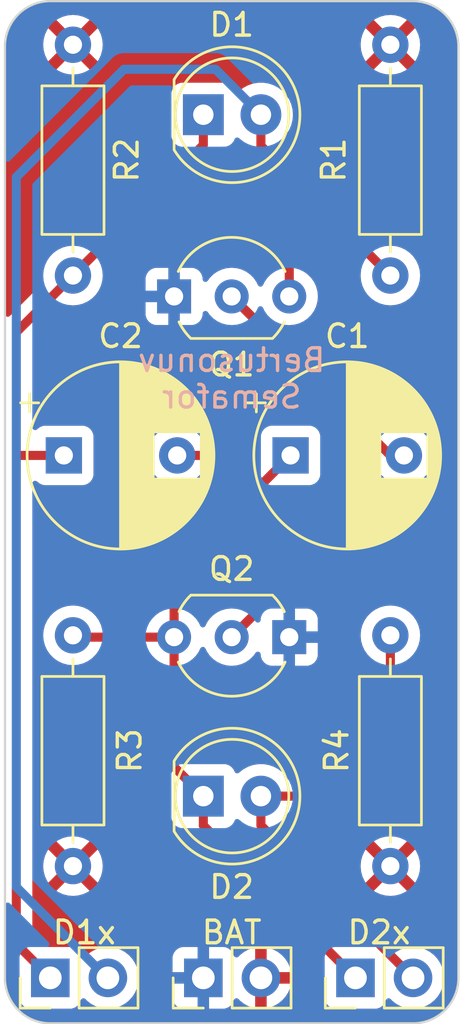
<source format=kicad_pcb>
(kicad_pcb (version 20221018) (generator pcbnew)
  (layers (0 "F.Cu" signal) (31 "B.Cu" signal) (34 "B.Paste" user) (35 "F.Paste" user) (36 "B.SilkS" user "B.Silkscreen") (37 "F.SilkS" user "F.Silkscreen") (38 "B.Mask" user) (39 "F.Mask" user) (44 "Edge.Cuts" user))
  (net 0 "")
  (net 1 "/D2-")
  (net 2 "Net-(Q1-B)")
  (net 3 "/D1-")
  (net 4 "Net-(Q2-B)")
  (net 5 "/D1+")
  (net 6 "/D2+")
  (net 7 "/BAT-")
  (net 8 "/BAT+")
  (footprint "Capacitor_THT:CP_Radial_D8.0mm_P5.00mm" (layer "F.Cu") (at 202.597349 115)
    (fp_text reference "C1" (at 2.5 -5.25) (layer "F.SilkS"))
    (fp_text value "10u")
    (fp_line (start -1.909698 -2.315) (end -1.109698 -2.315) (stroke (width 0.12)) (layer "F.SilkS"))
    (fp_line (start -1.509698 -2.715) (end -1.509698 -1.915) (stroke (width 0.12)) (layer "F.SilkS"))
    (fp_line (start 2.5 -4.08) (end 2.5 4.08) (stroke (width 0.12)) (layer "F.SilkS"))
    (fp_line (start 2.54 -4.08) (end 2.54 4.08) (stroke (width 0.12)) (layer "F.SilkS"))
    (fp_line (start 2.58 -4.08) (end 2.58 4.08) (stroke (width 0.12)) (layer "F.SilkS"))
    (fp_line (start 2.62 -4.079) (end 2.62 4.079) (stroke (width 0.12)) (layer "F.SilkS"))
    (fp_line (start 2.66 -4.077) (end 2.66 4.077) (stroke (width 0.12)) (layer "F.SilkS"))
    (fp_line (start 2.7 -4.076) (end 2.7 4.076) (stroke (width 0.12)) (layer "F.SilkS"))
    (fp_line (start 2.74 -4.074) (end 2.74 4.074) (stroke (width 0.12)) (layer "F.SilkS"))
    (fp_line (start 2.78 -4.071) (end 2.78 4.071) (stroke (width 0.12)) (layer "F.SilkS"))
    (fp_line (start 2.82 -4.068) (end 2.82 4.068) (stroke (width 0.12)) (layer "F.SilkS"))
    (fp_line (start 2.86 -4.065) (end 2.86 4.065) (stroke (width 0.12)) (layer "F.SilkS"))
    (fp_line (start 2.9 -4.061) (end 2.9 4.061) (stroke (width 0.12)) (layer "F.SilkS"))
    (fp_line (start 2.94 -4.057) (end 2.94 4.057) (stroke (width 0.12)) (layer "F.SilkS"))
    (fp_line (start 2.98 -4.052) (end 2.98 4.052) (stroke (width 0.12)) (layer "F.SilkS"))
    (fp_line (start 3.02 -4.048) (end 3.02 4.048) (stroke (width 0.12)) (layer "F.SilkS"))
    (fp_line (start 3.06 -4.042) (end 3.06 4.042) (stroke (width 0.12)) (layer "F.SilkS"))
    (fp_line (start 3.1 -4.037) (end 3.1 4.037) (stroke (width 0.12)) (layer "F.SilkS"))
    (fp_line (start 3.14 -4.03) (end 3.14 4.03) (stroke (width 0.12)) (layer "F.SilkS"))
    (fp_line (start 3.18 -4.024) (end 3.18 4.024) (stroke (width 0.12)) (layer "F.SilkS"))
    (fp_line (start 3.221 -4.017) (end 3.221 4.017) (stroke (width 0.12)) (layer "F.SilkS"))
    (fp_line (start 3.261 -4.01) (end 3.261 4.01) (stroke (width 0.12)) (layer "F.SilkS"))
    (fp_line (start 3.301 -4.002) (end 3.301 4.002) (stroke (width 0.12)) (layer "F.SilkS"))
    (fp_line (start 3.341 -3.994) (end 3.341 3.994) (stroke (width 0.12)) (layer "F.SilkS"))
    (fp_line (start 3.381 -3.985) (end 3.381 3.985) (stroke (width 0.12)) (layer "F.SilkS"))
    (fp_line (start 3.421 -3.976) (end 3.421 3.976) (stroke (width 0.12)) (layer "F.SilkS"))
    (fp_line (start 3.461 -3.967) (end 3.461 3.967) (stroke (width 0.12)) (layer "F.SilkS"))
    (fp_line (start 3.501 -3.957) (end 3.501 3.957) (stroke (width 0.12)) (layer "F.SilkS"))
    (fp_line (start 3.541 -3.947) (end 3.541 3.947) (stroke (width 0.12)) (layer "F.SilkS"))
    (fp_line (start 3.581 -3.936) (end 3.581 3.936) (stroke (width 0.12)) (layer "F.SilkS"))
    (fp_line (start 3.621 -3.925) (end 3.621 3.925) (stroke (width 0.12)) (layer "F.SilkS"))
    (fp_line (start 3.661 -3.914) (end 3.661 3.914) (stroke (width 0.12)) (layer "F.SilkS"))
    (fp_line (start 3.701 -3.902) (end 3.701 3.902) (stroke (width 0.12)) (layer "F.SilkS"))
    (fp_line (start 3.741 -3.889) (end 3.741 3.889) (stroke (width 0.12)) (layer "F.SilkS"))
    (fp_line (start 3.781 -3.877) (end 3.781 3.877) (stroke (width 0.12)) (layer "F.SilkS"))
    (fp_line (start 3.821 -3.863) (end 3.821 3.863) (stroke (width 0.12)) (layer "F.SilkS"))
    (fp_line (start 3.861 -3.85) (end 3.861 3.85) (stroke (width 0.12)) (layer "F.SilkS"))
    (fp_line (start 3.901 -3.835) (end 3.901 3.835) (stroke (width 0.12)) (layer "F.SilkS"))
    (fp_line (start 3.941 -3.821) (end 3.941 3.821) (stroke (width 0.12)) (layer "F.SilkS"))
    (fp_line (start 3.981 -3.805) (end 3.981 -1.04) (stroke (width 0.12)) (layer "F.SilkS"))
    (fp_line (start 3.981 1.04) (end 3.981 3.805) (stroke (width 0.12)) (layer "F.SilkS"))
    (fp_line (start 4.021 -3.79) (end 4.021 -1.04) (stroke (width 0.12)) (layer "F.SilkS"))
    (fp_line (start 4.021 1.04) (end 4.021 3.79) (stroke (width 0.12)) (layer "F.SilkS"))
    (fp_line (start 4.061 -3.774) (end 4.061 -1.04) (stroke (width 0.12)) (layer "F.SilkS"))
    (fp_line (start 4.061 1.04) (end 4.061 3.774) (stroke (width 0.12)) (layer "F.SilkS"))
    (fp_line (start 4.101 -3.757) (end 4.101 -1.04) (stroke (width 0.12)) (layer "F.SilkS"))
    (fp_line (start 4.101 1.04) (end 4.101 3.757) (stroke (width 0.12)) (layer "F.SilkS"))
    (fp_line (start 4.141 -3.74) (end 4.141 -1.04) (stroke (width 0.12)) (layer "F.SilkS"))
    (fp_line (start 4.141 1.04) (end 4.141 3.74) (stroke (width 0.12)) (layer "F.SilkS"))
    (fp_line (start 4.181 -3.722) (end 4.181 -1.04) (stroke (width 0.12)) (layer "F.SilkS"))
    (fp_line (start 4.181 1.04) (end 4.181 3.722) (stroke (width 0.12)) (layer "F.SilkS"))
    (fp_line (start 4.221 -3.704) (end 4.221 -1.04) (stroke (width 0.12)) (layer "F.SilkS"))
    (fp_line (start 4.221 1.04) (end 4.221 3.704) (stroke (width 0.12)) (layer "F.SilkS"))
    (fp_line (start 4.261 -3.686) (end 4.261 -1.04) (stroke (width 0.12)) (layer "F.SilkS"))
    (fp_line (start 4.261 1.04) (end 4.261 3.686) (stroke (width 0.12)) (layer "F.SilkS"))
    (fp_line (start 4.301 -3.666) (end 4.301 -1.04) (stroke (width 0.12)) (layer "F.SilkS"))
    (fp_line (start 4.301 1.04) (end 4.301 3.666) (stroke (width 0.12)) (layer "F.SilkS"))
    (fp_line (start 4.341 -3.647) (end 4.341 -1.04) (stroke (width 0.12)) (layer "F.SilkS"))
    (fp_line (start 4.341 1.04) (end 4.341 3.647) (stroke (width 0.12)) (layer "F.SilkS"))
    (fp_line (start 4.381 -3.627) (end 4.381 -1.04) (stroke (width 0.12)) (layer "F.SilkS"))
    (fp_line (start 4.381 1.04) (end 4.381 3.627) (stroke (width 0.12)) (layer "F.SilkS"))
    (fp_line (start 4.421 -3.606) (end 4.421 -1.04) (stroke (width 0.12)) (layer "F.SilkS"))
    (fp_line (start 4.421 1.04) (end 4.421 3.606) (stroke (width 0.12)) (layer "F.SilkS"))
    (fp_line (start 4.461 -3.584) (end 4.461 -1.04) (stroke (width 0.12)) (layer "F.SilkS"))
    (fp_line (start 4.461 1.04) (end 4.461 3.584) (stroke (width 0.12)) (layer "F.SilkS"))
    (fp_line (start 4.501 -3.562) (end 4.501 -1.04) (stroke (width 0.12)) (layer "F.SilkS"))
    (fp_line (start 4.501 1.04) (end 4.501 3.562) (stroke (width 0.12)) (layer "F.SilkS"))
    (fp_line (start 4.541 -3.54) (end 4.541 -1.04) (stroke (width 0.12)) (layer "F.SilkS"))
    (fp_line (start 4.541 1.04) (end 4.541 3.54) (stroke (width 0.12)) (layer "F.SilkS"))
    (fp_line (start 4.581 -3.517) (end 4.581 -1.04) (stroke (width 0.12)) (layer "F.SilkS"))
    (fp_line (start 4.581 1.04) (end 4.581 3.517) (stroke (width 0.12)) (layer "F.SilkS"))
    (fp_line (start 4.621 -3.493) (end 4.621 -1.04) (stroke (width 0.12)) (layer "F.SilkS"))
    (fp_line (start 4.621 1.04) (end 4.621 3.493) (stroke (width 0.12)) (layer "F.SilkS"))
    (fp_line (start 4.661 -3.469) (end 4.661 -1.04) (stroke (width 0.12)) (layer "F.SilkS"))
    (fp_line (start 4.661 1.04) (end 4.661 3.469) (stroke (width 0.12)) (layer "F.SilkS"))
    (fp_line (start 4.701 -3.444) (end 4.701 -1.04) (stroke (width 0.12)) (layer "F.SilkS"))
    (fp_line (start 4.701 1.04) (end 4.701 3.444) (stroke (width 0.12)) (layer "F.SilkS"))
    (fp_line (start 4.741 -3.418) (end 4.741 -1.04) (stroke (width 0.12)) (layer "F.SilkS"))
    (fp_line (start 4.741 1.04) (end 4.741 3.418) (stroke (width 0.12)) (layer "F.SilkS"))
    (fp_line (start 4.781 -3.392) (end 4.781 -1.04) (stroke (width 0.12)) (layer "F.SilkS"))
    (fp_line (start 4.781 1.04) (end 4.781 3.392) (stroke (width 0.12)) (layer "F.SilkS"))
    (fp_line (start 4.821 -3.365) (end 4.821 -1.04) (stroke (width 0.12)) (layer "F.SilkS"))
    (fp_line (start 4.821 1.04) (end 4.821 3.365) (stroke (width 0.12)) (layer "F.SilkS"))
    (fp_line (start 4.861 -3.338) (end 4.861 -1.04) (stroke (width 0.12)) (layer "F.SilkS"))
    (fp_line (start 4.861 1.04) (end 4.861 3.338) (stroke (width 0.12)) (layer "F.SilkS"))
    (fp_line (start 4.901 -3.309) (end 4.901 -1.04) (stroke (width 0.12)) (layer "F.SilkS"))
    (fp_line (start 4.901 1.04) (end 4.901 3.309) (stroke (width 0.12)) (layer "F.SilkS"))
    (fp_line (start 4.941 -3.28) (end 4.941 -1.04) (stroke (width 0.12)) (layer "F.SilkS"))
    (fp_line (start 4.941 1.04) (end 4.941 3.28) (stroke (width 0.12)) (layer "F.SilkS"))
    (fp_line (start 4.981 -3.25) (end 4.981 -1.04) (stroke (width 0.12)) (layer "F.SilkS"))
    (fp_line (start 4.981 1.04) (end 4.981 3.25) (stroke (width 0.12)) (layer "F.SilkS"))
    (fp_line (start 5.021 -3.22) (end 5.021 -1.04) (stroke (width 0.12)) (layer "F.SilkS"))
    (fp_line (start 5.021 1.04) (end 5.021 3.22) (stroke (width 0.12)) (layer "F.SilkS"))
    (fp_line (start 5.061 -3.189) (end 5.061 -1.04) (stroke (width 0.12)) (layer "F.SilkS"))
    (fp_line (start 5.061 1.04) (end 5.061 3.189) (stroke (width 0.12)) (layer "F.SilkS"))
    (fp_line (start 5.101 -3.156) (end 5.101 -1.04) (stroke (width 0.12)) (layer "F.SilkS"))
    (fp_line (start 5.101 1.04) (end 5.101 3.156) (stroke (width 0.12)) (layer "F.SilkS"))
    (fp_line (start 5.141 -3.124) (end 5.141 -1.04) (stroke (width 0.12)) (layer "F.SilkS"))
    (fp_line (start 5.141 1.04) (end 5.141 3.124) (stroke (width 0.12)) (layer "F.SilkS"))
    (fp_line (start 5.181 -3.09) (end 5.181 -1.04) (stroke (width 0.12)) (layer "F.SilkS"))
    (fp_line (start 5.181 1.04) (end 5.181 3.09) (stroke (width 0.12)) (layer "F.SilkS"))
    (fp_line (start 5.221 -3.055) (end 5.221 -1.04) (stroke (width 0.12)) (layer "F.SilkS"))
    (fp_line (start 5.221 1.04) (end 5.221 3.055) (stroke (width 0.12)) (layer "F.SilkS"))
    (fp_line (start 5.261 -3.019) (end 5.261 -1.04) (stroke (width 0.12)) (layer "F.SilkS"))
    (fp_line (start 5.261 1.04) (end 5.261 3.019) (stroke (width 0.12)) (layer "F.SilkS"))
    (fp_line (start 5.301 -2.983) (end 5.301 -1.04) (stroke (width 0.12)) (layer "F.SilkS"))
    (fp_line (start 5.301 1.04) (end 5.301 2.983) (stroke (width 0.12)) (layer "F.SilkS"))
    (fp_line (start 5.341 -2.945) (end 5.341 -1.04) (stroke (width 0.12)) (layer "F.SilkS"))
    (fp_line (start 5.341 1.04) (end 5.341 2.945) (stroke (width 0.12)) (layer "F.SilkS"))
    (fp_line (start 5.381 -2.907) (end 5.381 -1.04) (stroke (width 0.12)) (layer "F.SilkS"))
    (fp_line (start 5.381 1.04) (end 5.381 2.907) (stroke (width 0.12)) (layer "F.SilkS"))
    (fp_line (start 5.421 -2.867) (end 5.421 -1.04) (stroke (width 0.12)) (layer "F.SilkS"))
    (fp_line (start 5.421 1.04) (end 5.421 2.867) (stroke (width 0.12)) (layer "F.SilkS"))
    (fp_line (start 5.461 -2.826) (end 5.461 -1.04) (stroke (width 0.12)) (layer "F.SilkS"))
    (fp_line (start 5.461 1.04) (end 5.461 2.826) (stroke (width 0.12)) (layer "F.SilkS"))
    (fp_line (start 5.501 -2.784) (end 5.501 -1.04) (stroke (width 0.12)) (layer "F.SilkS"))
    (fp_line (start 5.501 1.04) (end 5.501 2.784) (stroke (width 0.12)) (layer "F.SilkS"))
    (fp_line (start 5.541 -2.741) (end 5.541 -1.04) (stroke (width 0.12)) (layer "F.SilkS"))
    (fp_line (start 5.541 1.04) (end 5.541 2.741) (stroke (width 0.12)) (layer "F.SilkS"))
    (fp_line (start 5.581 -2.697) (end 5.581 -1.04) (stroke (width 0.12)) (layer "F.SilkS"))
    (fp_line (start 5.581 1.04) (end 5.581 2.697) (stroke (width 0.12)) (layer "F.SilkS"))
    (fp_line (start 5.621 -2.651) (end 5.621 -1.04) (stroke (width 0.12)) (layer "F.SilkS"))
    (fp_line (start 5.621 1.04) (end 5.621 2.651) (stroke (width 0.12)) (layer "F.SilkS"))
    (fp_line (start 5.661 -2.604) (end 5.661 -1.04) (stroke (width 0.12)) (layer "F.SilkS"))
    (fp_line (start 5.661 1.04) (end 5.661 2.604) (stroke (width 0.12)) (layer "F.SilkS"))
    (fp_line (start 5.701 -2.556) (end 5.701 -1.04) (stroke (width 0.12)) (layer "F.SilkS"))
    (fp_line (start 5.701 1.04) (end 5.701 2.556) (stroke (width 0.12)) (layer "F.SilkS"))
    (fp_line (start 5.741 -2.505) (end 5.741 -1.04) (stroke (width 0.12)) (layer "F.SilkS"))
    (fp_line (start 5.741 1.04) (end 5.741 2.505) (stroke (width 0.12)) (layer "F.SilkS"))
    (fp_line (start 5.781 -2.454) (end 5.781 -1.04) (stroke (width 0.12)) (layer "F.SilkS"))
    (fp_line (start 5.781 1.04) (end 5.781 2.454) (stroke (width 0.12)) (layer "F.SilkS"))
    (fp_line (start 5.821 -2.4) (end 5.821 -1.04) (stroke (width 0.12)) (layer "F.SilkS"))
    (fp_line (start 5.821 1.04) (end 5.821 2.4) (stroke (width 0.12)) (layer "F.SilkS"))
    (fp_line (start 5.861 -2.345) (end 5.861 -1.04) (stroke (width 0.12)) (layer "F.SilkS"))
    (fp_line (start 5.861 1.04) (end 5.861 2.345) (stroke (width 0.12)) (layer "F.SilkS"))
    (fp_line (start 5.901 -2.287) (end 5.901 -1.04) (stroke (width 0.12)) (layer "F.SilkS"))
    (fp_line (start 5.901 1.04) (end 5.901 2.287) (stroke (width 0.12)) (layer "F.SilkS"))
    (fp_line (start 5.941 -2.228) (end 5.941 -1.04) (stroke (width 0.12)) (layer "F.SilkS"))
    (fp_line (start 5.941 1.04) (end 5.941 2.228) (stroke (width 0.12)) (layer "F.SilkS"))
    (fp_line (start 5.981 -2.166) (end 5.981 -1.04) (stroke (width 0.12)) (layer "F.SilkS"))
    (fp_line (start 5.981 1.04) (end 5.981 2.166) (stroke (width 0.12)) (layer "F.SilkS"))
    (fp_line (start 6.021 -2.102) (end 6.021 -1.04) (stroke (width 0.12)) (layer "F.SilkS"))
    (fp_line (start 6.021 1.04) (end 6.021 2.102) (stroke (width 0.12)) (layer "F.SilkS"))
    (fp_line (start 6.061 -2.034) (end 6.061 2.034) (stroke (width 0.12)) (layer "F.SilkS"))
    (fp_line (start 6.101 -1.964) (end 6.101 1.964) (stroke (width 0.12)) (layer "F.SilkS"))
    (fp_line (start 6.141 -1.89) (end 6.141 1.89) (stroke (width 0.12)) (layer "F.SilkS"))
    (fp_line (start 6.181 -1.813) (end 6.181 1.813) (stroke (width 0.12)) (layer "F.SilkS"))
    (fp_line (start 6.221 -1.731) (end 6.221 1.731) (stroke (width 0.12)) (layer "F.SilkS"))
    (fp_line (start 6.261 -1.645) (end 6.261 1.645) (stroke (width 0.12)) (layer "F.SilkS"))
    (fp_line (start 6.301 -1.552) (end 6.301 1.552) (stroke (width 0.12)) (layer "F.SilkS"))
    (fp_line (start 6.341 -1.453) (end 6.341 1.453) (stroke (width 0.12)) (layer "F.SilkS"))
    (fp_line (start 6.381 -1.346) (end 6.381 1.346) (stroke (width 0.12)) (layer "F.SilkS"))
    (fp_line (start 6.421 -1.229) (end 6.421 1.229) (stroke (width 0.12)) (layer "F.SilkS"))
    (fp_line (start 6.461 -1.098) (end 6.461 1.098) (stroke (width 0.12)) (layer "F.SilkS"))
    (fp_line (start 6.501 -0.948) (end 6.501 0.948) (stroke (width 0.12)) (layer "F.SilkS"))
    (fp_line (start 6.541 -0.768) (end 6.541 0.768) (stroke (width 0.12)) (layer "F.SilkS"))
    (fp_line (start 6.581 -0.533) (end 6.581 0.533) (stroke (width 0.12)) (layer "F.SilkS"))
    (fp_circle (center 2.5 0) (end 6.62 0) (stroke (width 0.12)) (fill none) (layer "F.SilkS"))
    (pad "1" thru_hole rect (at 0 0) (size 1.6 1.6) (drill 0.8) (layers *.Cu *.Mask) (net 1 "/D2-"))
    (pad "2" thru_hole circle (at 5 0) (size 1.6 1.6) (drill 0.8) (layers *.Cu *.Mask) (net 2 "Net-(Q1-B)"))
  )
  (footprint "LED_THT:LED_D5.0mm" (layer "F.Cu") (at 198.75 130)
    (fp_text reference "D2" (at 1.25 4) (layer "F.SilkS"))
    (fp_text value "LED")
    (fp_line (start -1.29 -1.545) (end -1.29 1.545) (stroke (width 0.12)) (layer "F.SilkS"))
    (fp_arc (start -1.29 -1.54483) (mid 2.072002 -2.880433) (end 4.26 0.000462) (stroke (width 0.12)) (layer "F.SilkS"))
    (fp_arc (start 4.26 -0.000462) (mid 2.072002 2.880433) (end -1.29 1.54483) (stroke (width 0.12)) (layer "F.SilkS"))
    (fp_circle (center 1.27 0) (end 3.77 0) (stroke (width 0.12)) (fill none) (layer "F.SilkS"))
    (pad "1" thru_hole rect (at 0 0) (size 1.8 1.8) (drill 0.9) (layers *.Cu *.Mask) (net 1 "/D2-"))
    (pad "2" thru_hole circle (at 2.54 0) (size 1.8 1.8) (drill 0.9) (layers *.Cu *.Mask) (net 6 "/D2+"))
  )
  (footprint "Connector_PinHeader_2.54mm:PinHeader_1x02_P2.54mm_Vertical" (layer "F.Cu") (at 205.46 138 90)
    (fp_text reference "J3" hide)
    (fp_text value "D2x" (at 2 1.04 180) (layer "F.SilkS"))
    (fp_line (start -1.33 -1.33) (end 0 -1.33) (stroke (width 0.12)) (layer "F.SilkS"))
    (fp_line (start -1.33 0) (end -1.33 -1.33) (stroke (width 0.12)) (layer "F.SilkS"))
    (fp_line (start -1.33 1.27) (end -1.33 3.87) (stroke (width 0.12)) (layer "F.SilkS"))
    (fp_line (start -1.33 1.27) (end 1.33 1.27) (stroke (width 0.12)) (layer "F.SilkS"))
    (fp_line (start -1.33 3.87) (end 1.33 3.87) (stroke (width 0.12)) (layer "F.SilkS"))
    (fp_line (start 1.33 1.27) (end 1.33 3.87) (stroke (width 0.12)) (layer "F.SilkS"))
    (pad "1" thru_hole rect (at 0 0 90) (size 1.7 1.7) (drill 1) (layers *.Cu *.Mask) (net 1 "/D2-"))
    (pad "2" thru_hole oval (at 0 2.54 90) (size 1.7 1.7) (drill 1) (layers *.Cu *.Mask) (net 6 "/D2+"))
  )
  (footprint "LED_THT:LED_D5.0mm" (layer "F.Cu") (at 198.75 100)
    (fp_text reference "D1" (at 1.25 -3.96) (layer "F.SilkS"))
    (fp_text value "LED")
    (fp_line (start -1.29 -1.545) (end -1.29 1.545) (stroke (width 0.12)) (layer "F.SilkS"))
    (fp_arc (start -1.29 -1.54483) (mid 2.072002 -2.880433) (end 4.26 0.000462) (stroke (width 0.12)) (layer "F.SilkS"))
    (fp_arc (start 4.26 -0.000462) (mid 2.072002 2.880433) (end -1.29 1.54483) (stroke (width 0.12)) (layer "F.SilkS"))
    (fp_circle (center 1.27 0) (end 3.77 0) (stroke (width 0.12)) (fill none) (layer "F.SilkS"))
    (pad "1" thru_hole rect (at 0 0) (size 1.8 1.8) (drill 0.9) (layers *.Cu *.Mask) (net 3 "/D1-"))
    (pad "2" thru_hole circle (at 2.54 0) (size 1.8 1.8) (drill 0.9) (layers *.Cu *.Mask) (net 5 "/D1+"))
  )
  (footprint "Resistor_THT:R_Axial_DIN0207_L6.3mm_D2.5mm_P10.16mm_Horizontal" (layer "F.Cu") (at 207 96.92 -90)
    (fp_text reference "R1" (at 5.08 2.5 90) (layer "F.SilkS"))
    (fp_text value "270R")
    (fp_line (start 1.04 0) (end 1.81 0) (stroke (width 0.12)) (layer "F.SilkS"))
    (fp_line (start 1.81 -1.37) (end 1.81 1.37) (stroke (width 0.12)) (layer "F.SilkS"))
    (fp_line (start 1.81 1.37) (end 8.35 1.37) (stroke (width 0.12)) (layer "F.SilkS"))
    (fp_line (start 8.35 -1.37) (end 1.81 -1.37) (stroke (width 0.12)) (layer "F.SilkS"))
    (fp_line (start 8.35 1.37) (end 8.35 -1.37) (stroke (width 0.12)) (layer "F.SilkS"))
    (fp_line (start 9.12 0) (end 8.35 0) (stroke (width 0.12)) (layer "F.SilkS"))
    (pad "1" thru_hole circle (at 0 0 270) (size 1.6 1.6) (drill 0.8) (layers *.Cu *.Mask) (net 8 "/BAT+"))
    (pad "2" thru_hole oval (at 10.16 0 270) (size 1.6 1.6) (drill 0.8) (layers *.Cu *.Mask) (net 5 "/D1+"))
  )
  (footprint "Package_TO_SOT_THT:TO-92_Inline_Wide" (layer "F.Cu") (at 202.54 123 180)
    (fp_text reference "Q2" (at 2.54 3) (layer "F.SilkS"))
    (fp_text value "2N3904")
    (fp_line (start 0.74 1.85) (end 4.34 1.85) (stroke (width 0.12)) (layer "F.SilkS"))
    (fp_arc (start 0.1836 -1.098807) (mid 1.143021 -2.192817) (end 2.54 -2.6) (stroke (width 0.12)) (layer "F.SilkS"))
    (fp_arc (start 0.74 1.85) (mid 0.446097 1.509328) (end 0.215816 1.122795) (stroke (width 0.12)) (layer "F.SilkS"))
    (fp_arc (start 2.54 -2.6) (mid 3.936979 -2.192818) (end 4.8964 -1.098807) (stroke (width 0.12)) (layer "F.SilkS"))
    (fp_arc (start 4.864184 1.122795) (mid 4.633903 1.509328) (end 4.34 1.85) (stroke (width 0.12)) (layer "F.SilkS"))
    (pad "1" thru_hole rect (at 0 0 180) (size 1.5 1.5) (drill 0.8) (layers *.Cu *.Mask) (net 7 "/BAT-"))
    (pad "2" thru_hole circle (at 2.54 0 180) (size 1.5 1.5) (drill 0.8) (layers *.Cu *.Mask) (net 4 "Net-(Q2-B)"))
    (pad "3" thru_hole circle (at 5.08 0 180) (size 1.5 1.5) (drill 0.8) (layers *.Cu *.Mask) (net 1 "/D2-"))
  )
  (footprint "Resistor_THT:R_Axial_DIN0207_L6.3mm_D2.5mm_P10.16mm_Horizontal" (layer "F.Cu") (at 193 96.92 -90)
    (fp_text reference "R2" (at 5.08 -2.37 90) (layer "F.SilkS"))
    (fp_text value "10k")
    (fp_line (start 1.04 0) (end 1.81 0) (stroke (width 0.12)) (layer "F.SilkS"))
    (fp_line (start 1.81 -1.37) (end 1.81 1.37) (stroke (width 0.12)) (layer "F.SilkS"))
    (fp_line (start 1.81 1.37) (end 8.35 1.37) (stroke (width 0.12)) (layer "F.SilkS"))
    (fp_line (start 8.35 -1.37) (end 1.81 -1.37) (stroke (width 0.12)) (layer "F.SilkS"))
    (fp_line (start 8.35 1.37) (end 8.35 -1.37) (stroke (width 0.12)) (layer "F.SilkS"))
    (fp_line (start 9.12 0) (end 8.35 0) (stroke (width 0.12)) (layer "F.SilkS"))
    (pad "1" thru_hole circle (at 0 0 270) (size 1.6 1.6) (drill 0.8) (layers *.Cu *.Mask) (net 8 "/BAT+"))
    (pad "2" thru_hole oval (at 10.16 0 270) (size 1.6 1.6) (drill 0.8) (layers *.Cu *.Mask) (net 3 "/D1-"))
  )
  (footprint "Connector_PinHeader_2.54mm:PinHeader_1x02_P2.54mm_Vertical" (layer "F.Cu") (at 198.75 138 90)
    (fp_text reference "J1" hide)
    (fp_text value "BAT" (at 2 1.25 180) (layer "F.SilkS"))
    (fp_line (start -1.33 -1.33) (end 0 -1.33) (stroke (width 0.12)) (layer "F.SilkS"))
    (fp_line (start -1.33 0) (end -1.33 -1.33) (stroke (width 0.12)) (layer "F.SilkS"))
    (fp_line (start -1.33 1.27) (end -1.33 3.87) (stroke (width 0.12)) (layer "F.SilkS"))
    (fp_line (start -1.33 1.27) (end 1.33 1.27) (stroke (width 0.12)) (layer "F.SilkS"))
    (fp_line (start -1.33 3.87) (end 1.33 3.87) (stroke (width 0.12)) (layer "F.SilkS"))
    (fp_line (start 1.33 1.27) (end 1.33 3.87) (stroke (width 0.12)) (layer "F.SilkS"))
    (pad "1" thru_hole rect (at 0 0 90) (size 1.7 1.7) (drill 1) (layers *.Cu *.Mask) (net 7 "/BAT-"))
    (pad "2" thru_hole oval (at 0 2.54 90) (size 1.7 1.7) (drill 1) (layers *.Cu *.Mask) (net 8 "/BAT+"))
  )
  (footprint "Resistor_THT:R_Axial_DIN0207_L6.3mm_D2.5mm_P10.16mm_Horizontal" (layer "F.Cu") (at 207 133.08 90)
    (fp_text reference "R4" (at 5.08 -2.37 90) (layer "F.SilkS"))
    (fp_text value "270R")
    (fp_line (start 1.04 0) (end 1.81 0) (stroke (width 0.12)) (layer "F.SilkS"))
    (fp_line (start 1.81 -1.37) (end 1.81 1.37) (stroke (width 0.12)) (layer "F.SilkS"))
    (fp_line (start 1.81 1.37) (end 8.35 1.37) (stroke (width 0.12)) (layer "F.SilkS"))
    (fp_line (start 8.35 -1.37) (end 1.81 -1.37) (stroke (width 0.12)) (layer "F.SilkS"))
    (fp_line (start 8.35 1.37) (end 8.35 -1.37) (stroke (width 0.12)) (layer "F.SilkS"))
    (fp_line (start 9.12 0) (end 8.35 0) (stroke (width 0.12)) (layer "F.SilkS"))
    (pad "1" thru_hole circle (at 0 0 90) (size 1.6 1.6) (drill 0.8) (layers *.Cu *.Mask) (net 8 "/BAT+"))
    (pad "2" thru_hole oval (at 10.16 0 90) (size 1.6 1.6) (drill 0.8) (layers *.Cu *.Mask) (net 6 "/D2+"))
  )
  (footprint "Package_TO_SOT_THT:TO-92_Inline_Wide" (layer "F.Cu") (at 197.46 108)
    (fp_text reference "Q1" (at 2.54 3) (layer "F.SilkS"))
    (fp_text value "2N3904")
    (fp_line (start 0.74 1.85) (end 4.34 1.85) (stroke (width 0.12)) (layer "F.SilkS"))
    (fp_arc (start 0.1836 -1.098807) (mid 1.143021 -2.192817) (end 2.54 -2.6) (stroke (width 0.12)) (layer "F.SilkS"))
    (fp_arc (start 0.74 1.85) (mid 0.446097 1.509328) (end 0.215816 1.122795) (stroke (width 0.12)) (layer "F.SilkS"))
    (fp_arc (start 2.54 -2.6) (mid 3.936979 -2.192818) (end 4.8964 -1.098807) (stroke (width 0.12)) (layer "F.SilkS"))
    (fp_arc (start 4.864184 1.122795) (mid 4.633903 1.509328) (end 4.34 1.85) (stroke (width 0.12)) (layer "F.SilkS"))
    (pad "1" thru_hole rect (at 0 0) (size 1.5 1.5) (drill 0.8) (layers *.Cu *.Mask) (net 7 "/BAT-"))
    (pad "2" thru_hole circle (at 2.54 0) (size 1.5 1.5) (drill 0.8) (layers *.Cu *.Mask) (net 2 "Net-(Q1-B)"))
    (pad "3" thru_hole circle (at 5.08 0) (size 1.5 1.5) (drill 0.8) (layers *.Cu *.Mask) (net 3 "/D1-"))
  )
  (footprint "Capacitor_THT:CP_Radial_D8.0mm_P5.00mm" (layer "F.Cu") (at 192.597349 115)
    (fp_text reference "C2" (at 2.5 -5.25) (layer "F.SilkS"))
    (fp_text value "10u")
    (fp_line (start -1.909698 -2.315) (end -1.109698 -2.315) (stroke (width 0.12)) (layer "F.SilkS"))
    (fp_line (start -1.509698 -2.715) (end -1.509698 -1.915) (stroke (width 0.12)) (layer "F.SilkS"))
    (fp_line (start 2.5 -4.08) (end 2.5 4.08) (stroke (width 0.12)) (layer "F.SilkS"))
    (fp_line (start 2.54 -4.08) (end 2.54 4.08) (stroke (width 0.12)) (layer "F.SilkS"))
    (fp_line (start 2.58 -4.08) (end 2.58 4.08) (stroke (width 0.12)) (layer "F.SilkS"))
    (fp_line (start 2.62 -4.079) (end 2.62 4.079) (stroke (width 0.12)) (layer "F.SilkS"))
    (fp_line (start 2.66 -4.077) (end 2.66 4.077) (stroke (width 0.12)) (layer "F.SilkS"))
    (fp_line (start 2.7 -4.076) (end 2.7 4.076) (stroke (width 0.12)) (layer "F.SilkS"))
    (fp_line (start 2.74 -4.074) (end 2.74 4.074) (stroke (width 0.12)) (layer "F.SilkS"))
    (fp_line (start 2.78 -4.071) (end 2.78 4.071) (stroke (width 0.12)) (layer "F.SilkS"))
    (fp_line (start 2.82 -4.068) (end 2.82 4.068) (stroke (width 0.12)) (layer "F.SilkS"))
    (fp_line (start 2.86 -4.065) (end 2.86 4.065) (stroke (width 0.12)) (layer "F.SilkS"))
    (fp_line (start 2.9 -4.061) (end 2.9 4.061) (stroke (width 0.12)) (layer "F.SilkS"))
    (fp_line (start 2.94 -4.057) (end 2.94 4.057) (stroke (width 0.12)) (layer "F.SilkS"))
    (fp_line (start 2.98 -4.052) (end 2.98 4.052) (stroke (width 0.12)) (layer "F.SilkS"))
    (fp_line (start 3.02 -4.048) (end 3.02 4.048) (stroke (width 0.12)) (layer "F.SilkS"))
    (fp_line (start 3.06 -4.042) (end 3.06 4.042) (stroke (width 0.12)) (layer "F.SilkS"))
    (fp_line (start 3.1 -4.037) (end 3.1 4.037) (stroke (width 0.12)) (layer "F.SilkS"))
    (fp_line (start 3.14 -4.03) (end 3.14 4.03) (stroke (width 0.12)) (layer "F.SilkS"))
    (fp_line (start 3.18 -4.024) (end 3.18 4.024) (stroke (width 0.12)) (layer "F.SilkS"))
    (fp_line (start 3.221 -4.017) (end 3.221 4.017) (stroke (width 0.12)) (layer "F.SilkS"))
    (fp_line (start 3.261 -4.01) (end 3.261 4.01) (stroke (width 0.12)) (layer "F.SilkS"))
    (fp_line (start 3.301 -4.002) (end 3.301 4.002) (stroke (width 0.12)) (layer "F.SilkS"))
    (fp_line (start 3.341 -3.994) (end 3.341 3.994) (stroke (width 0.12)) (layer "F.SilkS"))
    (fp_line (start 3.381 -3.985) (end 3.381 3.985) (stroke (width 0.12)) (layer "F.SilkS"))
    (fp_line (start 3.421 -3.976) (end 3.421 3.976) (stroke (width 0.12)) (layer "F.SilkS"))
    (fp_line (start 3.461 -3.967) (end 3.461 3.967) (stroke (width 0.12)) (layer "F.SilkS"))
    (fp_line (start 3.501 -3.957) (end 3.501 3.957) (stroke (width 0.12)) (layer "F.SilkS"))
    (fp_line (start 3.541 -3.947) (end 3.541 3.947) (stroke (width 0.12)) (layer "F.SilkS"))
    (fp_line (start 3.581 -3.936) (end 3.581 3.936) (stroke (width 0.12)) (layer "F.SilkS"))
    (fp_line (start 3.621 -3.925) (end 3.621 3.925) (stroke (width 0.12)) (layer "F.SilkS"))
    (fp_line (start 3.661 -3.914) (end 3.661 3.914) (stroke (width 0.12)) (layer "F.SilkS"))
    (fp_line (start 3.701 -3.902) (end 3.701 3.902) (stroke (width 0.12)) (layer "F.SilkS"))
    (fp_line (start 3.741 -3.889) (end 3.741 3.889) (stroke (width 0.12)) (layer "F.SilkS"))
    (fp_line (start 3.781 -3.877) (end 3.781 3.877) (stroke (width 0.12)) (layer "F.SilkS"))
    (fp_line (start 3.821 -3.863) (end 3.821 3.863) (stroke (width 0.12)) (layer "F.SilkS"))
    (fp_line (start 3.861 -3.85) (end 3.861 3.85) (stroke (width 0.12)) (layer "F.SilkS"))
    (fp_line (start 3.901 -3.835) (end 3.901 3.835) (stroke (width 0.12)) (layer "F.SilkS"))
    (fp_line (start 3.941 -3.821) (end 3.941 3.821) (stroke (width 0.12)) (layer "F.SilkS"))
    (fp_line (start 3.981 -3.805) (end 3.981 -1.04) (stroke (width 0.12)) (layer "F.SilkS"))
    (fp_line (start 3.981 1.04) (end 3.981 3.805) (stroke (width 0.12)) (layer "F.SilkS"))
    (fp_line (start 4.021 -3.79) (end 4.021 -1.04) (stroke (width 0.12)) (layer "F.SilkS"))
    (fp_line (start 4.021 1.04) (end 4.021 3.79) (stroke (width 0.12)) (layer "F.SilkS"))
    (fp_line (start 4.061 -3.774) (end 4.061 -1.04) (stroke (width 0.12)) (layer "F.SilkS"))
    (fp_line (start 4.061 1.04) (end 4.061 3.774) (stroke (width 0.12)) (layer "F.SilkS"))
    (fp_line (start 4.101 -3.757) (end 4.101 -1.04) (stroke (width 0.12)) (layer "F.SilkS"))
    (fp_line (start 4.101 1.04) (end 4.101 3.757) (stroke (width 0.12)) (layer "F.SilkS"))
    (fp_line (start 4.141 -3.74) (end 4.141 -1.04) (stroke (width 0.12)) (layer "F.SilkS"))
    (fp_line (start 4.141 1.04) (end 4.141 3.74) (stroke (width 0.12)) (layer "F.SilkS"))
    (fp_line (start 4.181 -3.722) (end 4.181 -1.04) (stroke (width 0.12)) (layer "F.SilkS"))
    (fp_line (start 4.181 1.04) (end 4.181 3.722) (stroke (width 0.12)) (layer "F.SilkS"))
    (fp_line (start 4.221 -3.704) (end 4.221 -1.04) (stroke (width 0.12)) (layer "F.SilkS"))
    (fp_line (start 4.221 1.04) (end 4.221 3.704) (stroke (width 0.12)) (layer "F.SilkS"))
    (fp_line (start 4.261 -3.686) (end 4.261 -1.04) (stroke (width 0.12)) (layer "F.SilkS"))
    (fp_line (start 4.261 1.04) (end 4.261 3.686) (stroke (width 0.12)) (layer "F.SilkS"))
    (fp_line (start 4.301 -3.666) (end 4.301 -1.04) (stroke (width 0.12)) (layer "F.SilkS"))
    (fp_line (start 4.301 1.04) (end 4.301 3.666) (stroke (width 0.12)) (layer "F.SilkS"))
    (fp_line (start 4.341 -3.647) (end 4.341 -1.04) (stroke (width 0.12)) (layer "F.SilkS"))
    (fp_line (start 4.341 1.04) (end 4.341 3.647) (stroke (width 0.12)) (layer "F.SilkS"))
    (fp_line (start 4.381 -3.627) (end 4.381 -1.04) (stroke (width 0.12)) (layer "F.SilkS"))
    (fp_line (start 4.381 1.04) (end 4.381 3.627) (stroke (width 0.12)) (layer "F.SilkS"))
    (fp_line (start 4.421 -3.606) (end 4.421 -1.04) (stroke (width 0.12)) (layer "F.SilkS"))
    (fp_line (start 4.421 1.04) (end 4.421 3.606) (stroke (width 0.12)) (layer "F.SilkS"))
    (fp_line (start 4.461 -3.584) (end 4.461 -1.04) (stroke (width 0.12)) (layer "F.SilkS"))
    (fp_line (start 4.461 1.04) (end 4.461 3.584) (stroke (width 0.12)) (layer "F.SilkS"))
    (fp_line (start 4.501 -3.562) (end 4.501 -1.04) (stroke (width 0.12)) (layer "F.SilkS"))
    (fp_line (start 4.501 1.04) (end 4.501 3.562) (stroke (width 0.12)) (layer "F.SilkS"))
    (fp_line (start 4.541 -3.54) (end 4.541 -1.04) (stroke (width 0.12)) (layer "F.SilkS"))
    (fp_line (start 4.541 1.04) (end 4.541 3.54) (stroke (width 0.12)) (layer "F.SilkS"))
    (fp_line (start 4.581 -3.517) (end 4.581 -1.04) (stroke (width 0.12)) (layer "F.SilkS"))
    (fp_line (start 4.581 1.04) (end 4.581 3.517) (stroke (width 0.12)) (layer "F.SilkS"))
    (fp_line (start 4.621 -3.493) (end 4.621 -1.04) (stroke (width 0.12)) (layer "F.SilkS"))
    (fp_line (start 4.621 1.04) (end 4.621 3.493) (stroke (width 0.12)) (layer "F.SilkS"))
    (fp_line (start 4.661 -3.469) (end 4.661 -1.04) (stroke (width 0.12)) (layer "F.SilkS"))
    (fp_line (start 4.661 1.04) (end 4.661 3.469) (stroke (width 0.12)) (layer "F.SilkS"))
    (fp_line (start 4.701 -3.444) (end 4.701 -1.04) (stroke (width 0.12)) (layer "F.SilkS"))
    (fp_line (start 4.701 1.04) (end 4.701 3.444) (stroke (width 0.12)) (layer "F.SilkS"))
    (fp_line (start 4.741 -3.418) (end 4.741 -1.04) (stroke (width 0.12)) (layer "F.SilkS"))
    (fp_line (start 4.741 1.04) (end 4.741 3.418) (stroke (width 0.12)) (layer "F.SilkS"))
    (fp_line (start 4.781 -3.392) (end 4.781 -1.04) (stroke (width 0.12)) (layer "F.SilkS"))
    (fp_line (start 4.781 1.04) (end 4.781 3.392) (stroke (width 0.12)) (layer "F.SilkS"))
    (fp_line (start 4.821 -3.365) (end 4.821 -1.04) (stroke (width 0.12)) (layer "F.SilkS"))
    (fp_line (start 4.821 1.04) (end 4.821 3.365) (stroke (width 0.12)) (layer "F.SilkS"))
    (fp_line (start 4.861 -3.338) (end 4.861 -1.04) (stroke (width 0.12)) (layer "F.SilkS"))
    (fp_line (start 4.861 1.04) (end 4.861 3.338) (stroke (width 0.12)) (layer "F.SilkS"))
    (fp_line (start 4.901 -3.309) (end 4.901 -1.04) (stroke (width 0.12)) (layer "F.SilkS"))
    (fp_line (start 4.901 1.04) (end 4.901 3.309) (stroke (width 0.12)) (layer "F.SilkS"))
    (fp_line (start 4.941 -3.28) (end 4.941 -1.04) (stroke (width 0.12)) (layer "F.SilkS"))
    (fp_line (start 4.941 1.04) (end 4.941 3.28) (stroke (width 0.12)) (layer "F.SilkS"))
    (fp_line (start 4.981 -3.25) (end 4.981 -1.04) (stroke (width 0.12)) (layer "F.SilkS"))
    (fp_line (start 4.981 1.04) (end 4.981 3.25) (stroke (width 0.12)) (layer "F.SilkS"))
    (fp_line (start 5.021 -3.22) (end 5.021 -1.04) (stroke (width 0.12)) (layer "F.SilkS"))
    (fp_line (start 5.021 1.04) (end 5.021 3.22) (stroke (width 0.12)) (layer "F.SilkS"))
    (fp_line (start 5.061 -3.189) (end 5.061 -1.04) (stroke (width 0.12)) (layer "F.SilkS"))
    (fp_line (start 5.061 1.04) (end 5.061 3.189) (stroke (width 0.12)) (layer "F.SilkS"))
    (fp_line (start 5.101 -3.156) (end 5.101 -1.04) (stroke (width 0.12)) (layer "F.SilkS"))
    (fp_line (start 5.101 1.04) (end 5.101 3.156) (stroke (width 0.12)) (layer "F.SilkS"))
    (fp_line (start 5.141 -3.124) (end 5.141 -1.04) (stroke (width 0.12)) (layer "F.SilkS"))
    (fp_line (start 5.141 1.04) (end 5.141 3.124) (stroke (width 0.12)) (layer "F.SilkS"))
    (fp_line (start 5.181 -3.09) (end 5.181 -1.04) (stroke (width 0.12)) (layer "F.SilkS"))
    (fp_line (start 5.181 1.04) (end 5.181 3.09) (stroke (width 0.12)) (layer "F.SilkS"))
    (fp_line (start 5.221 -3.055) (end 5.221 -1.04) (stroke (width 0.12)) (layer "F.SilkS"))
    (fp_line (start 5.221 1.04) (end 5.221 3.055) (stroke (width 0.12)) (layer "F.SilkS"))
    (fp_line (start 5.261 -3.019) (end 5.261 -1.04) (stroke (width 0.12)) (layer "F.SilkS"))
    (fp_line (start 5.261 1.04) (end 5.261 3.019) (stroke (width 0.12)) (layer "F.SilkS"))
    (fp_line (start 5.301 -2.983) (end 5.301 -1.04) (stroke (width 0.12)) (layer "F.SilkS"))
    (fp_line (start 5.301 1.04) (end 5.301 2.983) (stroke (width 0.12)) (layer "F.SilkS"))
    (fp_line (start 5.341 -2.945) (end 5.341 -1.04) (stroke (width 0.12)) (layer "F.SilkS"))
    (fp_line (start 5.341 1.04) (end 5.341 2.945) (stroke (width 0.12)) (layer "F.SilkS"))
    (fp_line (start 5.381 -2.907) (end 5.381 -1.04) (stroke (width 0.12)) (layer "F.SilkS"))
    (fp_line (start 5.381 1.04) (end 5.381 2.907) (stroke (width 0.12)) (layer "F.SilkS"))
    (fp_line (start 5.421 -2.867) (end 5.421 -1.04) (stroke (width 0.12)) (layer "F.SilkS"))
    (fp_line (start 5.421 1.04) (end 5.421 2.867) (stroke (width 0.12)) (layer "F.SilkS"))
    (fp_line (start 5.461 -2.826) (end 5.461 -1.04) (stroke (width 0.12)) (layer "F.SilkS"))
    (fp_line (start 5.461 1.04) (end 5.461 2.826) (stroke (width 0.12)) (layer "F.SilkS"))
    (fp_line (start 5.501 -2.784) (end 5.501 -1.04) (stroke (width 0.12)) (layer "F.SilkS"))
    (fp_line (start 5.501 1.04) (end 5.501 2.784) (stroke (width 0.12)) (layer "F.SilkS"))
    (fp_line (start 5.541 -2.741) (end 5.541 -1.04) (stroke (width 0.12)) (layer "F.SilkS"))
    (fp_line (start 5.541 1.04) (end 5.541 2.741) (stroke (width 0.12)) (layer "F.SilkS"))
    (fp_line (start 5.581 -2.697) (end 5.581 -1.04) (stroke (width 0.12)) (layer "F.SilkS"))
    (fp_line (start 5.581 1.04) (end 5.581 2.697) (stroke (width 0.12)) (layer "F.SilkS"))
    (fp_line (start 5.621 -2.651) (end 5.621 -1.04) (stroke (width 0.12)) (layer "F.SilkS"))
    (fp_line (start 5.621 1.04) (end 5.621 2.651) (stroke (width 0.12)) (layer "F.SilkS"))
    (fp_line (start 5.661 -2.604) (end 5.661 -1.04) (stroke (width 0.12)) (layer "F.SilkS"))
    (fp_line (start 5.661 1.04) (end 5.661 2.604) (stroke (width 0.12)) (layer "F.SilkS"))
    (fp_line (start 5.701 -2.556) (end 5.701 -1.04) (stroke (width 0.12)) (layer "F.SilkS"))
    (fp_line (start 5.701 1.04) (end 5.701 2.556) (stroke (width 0.12)) (layer "F.SilkS"))
    (fp_line (start 5.741 -2.505) (end 5.741 -1.04) (stroke (width 0.12)) (layer "F.SilkS"))
    (fp_line (start 5.741 1.04) (end 5.741 2.505) (stroke (width 0.12)) (layer "F.SilkS"))
    (fp_line (start 5.781 -2.454) (end 5.781 -1.04) (stroke (width 0.12)) (layer "F.SilkS"))
    (fp_line (start 5.781 1.04) (end 5.781 2.454) (stroke (width 0.12)) (layer "F.SilkS"))
    (fp_line (start 5.821 -2.4) (end 5.821 -1.04) (stroke (width 0.12)) (layer "F.SilkS"))
    (fp_line (start 5.821 1.04) (end 5.821 2.4) (stroke (width 0.12)) (layer "F.SilkS"))
    (fp_line (start 5.861 -2.345) (end 5.861 -1.04) (stroke (width 0.12)) (layer "F.SilkS"))
    (fp_line (start 5.861 1.04) (end 5.861 2.345) (stroke (width 0.12)) (layer "F.SilkS"))
    (fp_line (start 5.901 -2.287) (end 5.901 -1.04) (stroke (width 0.12)) (layer "F.SilkS"))
    (fp_line (start 5.901 1.04) (end 5.901 2.287) (stroke (width 0.12)) (layer "F.SilkS"))
    (fp_line (start 5.941 -2.228) (end 5.941 -1.04) (stroke (width 0.12)) (layer "F.SilkS"))
    (fp_line (start 5.941 1.04) (end 5.941 2.228) (stroke (width 0.12)) (layer "F.SilkS"))
    (fp_line (start 5.981 -2.166) (end 5.981 -1.04) (stroke (width 0.12)) (layer "F.SilkS"))
    (fp_line (start 5.981 1.04) (end 5.981 2.166) (stroke (width 0.12)) (layer "F.SilkS"))
    (fp_line (start 6.021 -2.102) (end 6.021 -1.04) (stroke (width 0.12)) (layer "F.SilkS"))
    (fp_line (start 6.021 1.04) (end 6.021 2.102) (stroke (width 0.12)) (layer "F.SilkS"))
    (fp_line (start 6.061 -2.034) (end 6.061 2.034) (stroke (width 0.12)) (layer "F.SilkS"))
    (fp_line (start 6.101 -1.964) (end 6.101 1.964) (stroke (width 0.12)) (layer "F.SilkS"))
    (fp_line (start 6.141 -1.89) (end 6.141 1.89) (stroke (width 0.12)) (layer "F.SilkS"))
    (fp_line (start 6.181 -1.813) (end 6.181 1.813) (stroke (width 0.12)) (layer "F.SilkS"))
    (fp_line (start 6.221 -1.731) (end 6.221 1.731) (stroke (width 0.12)) (layer "F.SilkS"))
    (fp_line (start 6.261 -1.645) (end 6.261 1.645) (stroke (width 0.12)) (layer "F.SilkS"))
    (fp_line (start 6.301 -1.552) (end 6.301 1.552) (stroke (width 0.12)) (layer "F.SilkS"))
    (fp_line (start 6.341 -1.453) (end 6.341 1.453) (stroke (width 0.12)) (layer "F.SilkS"))
    (fp_line (start 6.381 -1.346) (end 6.381 1.346) (stroke (width 0.12)) (layer "F.SilkS"))
    (fp_line (start 6.421 -1.229) (end 6.421 1.229) (stroke (width 0.12)) (layer "F.SilkS"))
    (fp_line (start 6.461 -1.098) (end 6.461 1.098) (stroke (width 0.12)) (layer "F.SilkS"))
    (fp_line (start 6.501 -0.948) (end 6.501 0.948) (stroke (width 0.12)) (layer "F.SilkS"))
    (fp_line (start 6.541 -0.768) (end 6.541 0.768) (stroke (width 0.12)) (layer "F.SilkS"))
    (fp_line (start 6.581 -0.533) (end 6.581 0.533) (stroke (width 0.12)) (layer "F.SilkS"))
    (fp_circle (center 2.5 0) (end 6.62 0) (stroke (width 0.12)) (fill none) (layer "F.SilkS"))
    (pad "1" thru_hole rect (at 0 0) (size 1.6 1.6) (drill 0.8) (layers *.Cu *.Mask) (net 3 "/D1-"))
    (pad "2" thru_hole circle (at 5 0) (size 1.6 1.6) (drill 0.8) (layers *.Cu *.Mask) (net 4 "Net-(Q2-B)"))
  )
  (footprint "Resistor_THT:R_Axial_DIN0207_L6.3mm_D2.5mm_P10.16mm_Horizontal" (layer "F.Cu") (at 193 133.08 90)
    (fp_text reference "R3" (at 5.08 2.5 90) (layer "F.SilkS"))
    (fp_text value "10k")
    (fp_line (start 1.04 0) (end 1.81 0) (stroke (width 0.12)) (layer "F.SilkS"))
    (fp_line (start 1.81 -1.37) (end 1.81 1.37) (stroke (width 0.12)) (layer "F.SilkS"))
    (fp_line (start 1.81 1.37) (end 8.35 1.37) (stroke (width 0.12)) (layer "F.SilkS"))
    (fp_line (start 8.35 -1.37) (end 1.81 -1.37) (stroke (width 0.12)) (layer "F.SilkS"))
    (fp_line (start 8.35 1.37) (end 8.35 -1.37) (stroke (width 0.12)) (layer "F.SilkS"))
    (fp_line (start 9.12 0) (end 8.35 0) (stroke (width 0.12)) (layer "F.SilkS"))
    (pad "1" thru_hole circle (at 0 0 90) (size 1.6 1.6) (drill 0.8) (layers *.Cu *.Mask) (net 8 "/BAT+"))
    (pad "2" thru_hole oval (at 10.16 0 90) (size 1.6 1.6) (drill 0.8) (layers *.Cu *.Mask) (net 1 "/D2-"))
  )
  (footprint "Connector_PinHeader_2.54mm:PinHeader_1x02_P2.54mm_Vertical" (layer "F.Cu") (at 192 138 90)
    (fp_text reference "J2" hide)
    (fp_text value "D1x" (at 2 1.5 180) (layer "F.SilkS"))
    (fp_line (start -1.33 -1.33) (end 0 -1.33) (stroke (width 0.12)) (layer "F.SilkS"))
    (fp_line (start -1.33 0) (end -1.33 -1.33) (stroke (width 0.12)) (layer "F.SilkS"))
    (fp_line (start -1.33 1.27) (end -1.33 3.87) (stroke (width 0.12)) (layer "F.SilkS"))
    (fp_line (start -1.33 1.27) (end 1.33 1.27) (stroke (width 0.12)) (layer "F.SilkS"))
    (fp_line (start -1.33 3.87) (end 1.33 3.87) (stroke (width 0.12)) (layer "F.SilkS"))
    (fp_line (start 1.33 1.27) (end 1.33 3.87) (stroke (width 0.12)) (layer "F.SilkS"))
    (pad "1" thru_hole rect (at 0 0 90) (size 1.7 1.7) (drill 1) (layers *.Cu *.Mask) (net 3 "/D1-"))
    (pad "2" thru_hole oval (at 0 2.54 90) (size 1.7 1.7) (drill 1) (layers *.Cu *.Mask) (net 5 "/D1+"))
  )
  (gr_arc (start 192 140) (mid 190.585786 139.414214) (end 190 138) (stroke (width 0.1)) (layer "Edge.Cuts"))
  (gr_line (start 192 95) (end 208 95) (stroke (width 0.1)) (layer "Edge.Cuts"))
  (gr_arc (start 190 97) (mid 190.585786 95.585786) (end 192 95) (stroke (width 0.1)) (layer "Edge.Cuts"))
  (gr_line (start 208 140) (end 192 140) (stroke (width 0.1)) (layer "Edge.Cuts"))
  (gr_line (start 190 138) (end 190 97) (stroke (width 0.1)) (layer "Edge.Cuts"))
  (gr_arc (start 210 138) (mid 209.414214 139.414214) (end 208 140) (stroke (width 0.1)) (layer "Edge.Cuts"))
  (gr_line (start 210 97) (end 210 138) (stroke (width 0.1)) (layer "Edge.Cuts"))
  (gr_arc (start 208 95) (mid 209.414214 95.585786) (end 210 97) (stroke (width 0.1)) (layer "Edge.Cuts"))
  (gr_text "Bertusonuv\nSemafor" (at 200 113) (layer "B.SilkS") (effects (font (size 1 1)) (justify bottom mirror)))
  (segment (start 193.08 123) (end 193 122.92) (width 0.4) (layer "F.Cu") (net 1))
  (segment (start 198.75 130) (end 197.46 128.71) (width 0.4) (layer "F.Cu") (net 1))
  (segment (start 198.75 130) (end 198.75 131.29) (width 0.4) (layer "F.Cu") (net 1))
  (segment (start 197.46 128.71) (end 197.46 123) (width 0.4) (layer "F.Cu") (net 1))
  (segment (start 197.46 123) (end 193.08 123) (width 0.4) (layer "F.Cu") (net 1))
  (segment (start 198.75 131.29) (end 205.46 138) (width 0.4) (layer "F.Cu") (net 1))
  (segment (start 197.46 120.137349) (end 202.597349 115) (width 0.4) (layer "F.Cu") (net 1))
  (segment (start 197.46 123) (end 197.46 120.137349) (width 0.4) (layer "F.Cu") (net 1))
  (segment (start 207 115) (end 207.597349 115) (width 0.4) (layer "F.Cu") (net 2))
  (segment (start 200 108) (end 207 115) (width 0.4) (layer "F.Cu") (net 2))
  (segment (start 190.5 115) (end 190.5 109.58) (width 0.4) (layer "F.Cu") (net 3))
  (segment (start 198.75 101.33) (end 198.75 100) (width 0.4) (layer "F.Cu") (net 3))
  (segment (start 193 107.08) (end 198.04 102.04) (width 0.4) (layer "F.Cu") (net 3))
  (segment (start 202.54 106.54) (end 198.04 102.04) (width 0.4) (layer "F.Cu") (net 3))
  (segment (start 190.5 109.58) (end 193 107.08) (width 0.4) (layer "F.Cu") (net 3))
  (segment (start 192.597349 115) (end 190.5 115) (width 0.4) (layer "F.Cu") (net 3))
  (segment (start 190.5 136.5) (end 190.5 115) (width 0.4) (layer "F.Cu") (net 3))
  (segment (start 202.54 108) (end 202.54 106.54) (width 0.4) (layer "F.Cu") (net 3))
  (segment (start 198.04 102.04) (end 198.75 101.33) (width 0.4) (layer "F.Cu") (net 3))
  (segment (start 192 138) (end 190.5 136.5) (width 0.4) (layer "F.Cu") (net 3))
  (segment (start 200 123) (end 204.5 118.5) (width 0.4) (layer "F.Cu") (net 4))
  (segment (start 199.5 115) (end 197.597349 115) (width 0.4) (layer "F.Cu") (net 4))
  (segment (start 203.5 113) (end 201.5 113) (width 0.4) (layer "F.Cu") (net 4))
  (segment (start 204.5 118.5) (end 204.5 114) (width 0.4) (layer "F.Cu") (net 4))
  (segment (start 201.5 113) (end 199.5 115) (width 0.4) (layer "F.Cu") (net 4))
  (segment (start 204.5 114) (end 203.5 113) (width 0.4) (layer "F.Cu") (net 4))
  (segment (start 201.29 101.37) (end 207 107.08) (width 0.4) (layer "F.Cu") (net 5))
  (segment (start 201.29 100) (end 201.29 101.37) (width 0.4) (layer "F.Cu") (net 5))
  (segment (start 190.5 102.75) (end 195.25 98) (width 0.4) (layer "B.Cu") (net 5))
  (segment (start 195.25 98) (end 199.29 98) (width 0.4) (layer "B.Cu") (net 5))
  (segment (start 199.29 98) (end 201.29 100) (width 0.4) (layer "B.Cu") (net 5))
  (segment (start 190.5 134) (end 190.5 102.75) (width 0.4) (layer "B.Cu") (net 5))
  (segment (start 194.5 138) (end 190.5 134) (width 0.4) (layer "B.Cu") (net 5))
  (segment (start 194.54 138) (end 194.5 138) (width 0.4) (layer "B.Cu") (net 5))
  (segment (start 201.29 130) (end 201.29 131.29) (width 0.4) (layer "F.Cu") (net 6))
  (segment (start 201.29 131.29) (end 208 138) (width 0.4) (layer "F.Cu") (net 6))
  (segment (start 207 127.5) (end 207 122.92) (width 0.4) (layer "F.Cu") (net 6))
  (segment (start 201.29 130) (end 204.5 130) (width 0.4) (layer "F.Cu") (net 6))
  (segment (start 204.5 130) (end 207 127.5) (width 0.4) (layer "F.Cu") (net 6))
  (zone (net 8) (net_name "/BAT+") (layer "F.Cu") (connect_pads (clearance 0.508)) (min_thickness 0.254) (fill yes (thermal_gap 0.508) (thermal_bridge_width 0.508) (island_removal_mode 2) (island_area_min 10))
    (polygon (pts (xy 190 95) (xy 210 95) (xy 210 140) (xy 190 140)))
  )
  (zone (net 7) (net_name "/BAT-") (layer "B.Cu") (priority 1) (connect_pads (clearance 0.508)) (min_thickness 0.254) (fill yes (thermal_gap 0.508) (thermal_bridge_width 0.508) (island_removal_mode 2) (island_area_min 10))
    (polygon (pts (xy 190 95) (xy 210 95) (xy 210 140) (xy 190 140)))
  )
)
</source>
